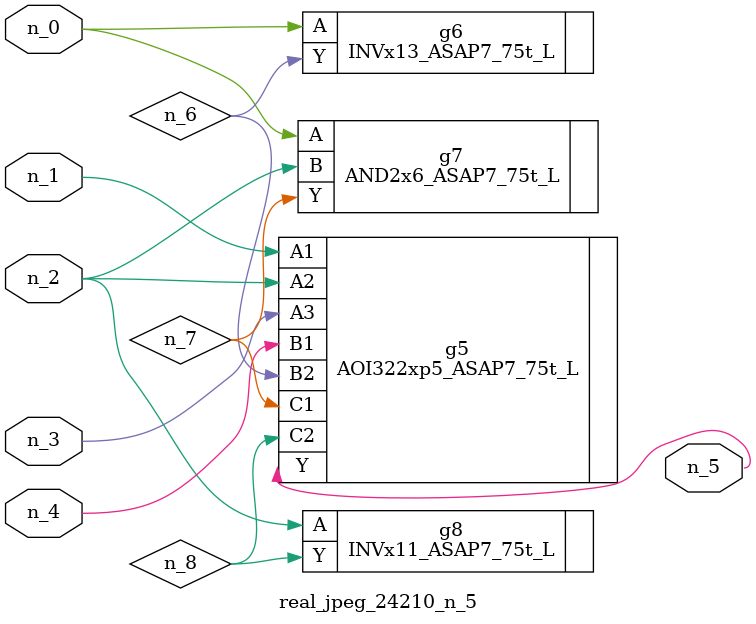
<source format=v>
module real_jpeg_24210_n_5 (n_4, n_0, n_1, n_2, n_3, n_5);

input n_4;
input n_0;
input n_1;
input n_2;
input n_3;

output n_5;

wire n_8;
wire n_6;
wire n_7;

INVx13_ASAP7_75t_L g6 ( 
.A(n_0),
.Y(n_6)
);

AND2x6_ASAP7_75t_L g7 ( 
.A(n_0),
.B(n_2),
.Y(n_7)
);

AOI322xp5_ASAP7_75t_L g5 ( 
.A1(n_1),
.A2(n_2),
.A3(n_3),
.B1(n_4),
.B2(n_6),
.C1(n_7),
.C2(n_8),
.Y(n_5)
);

INVx11_ASAP7_75t_L g8 ( 
.A(n_2),
.Y(n_8)
);


endmodule
</source>
